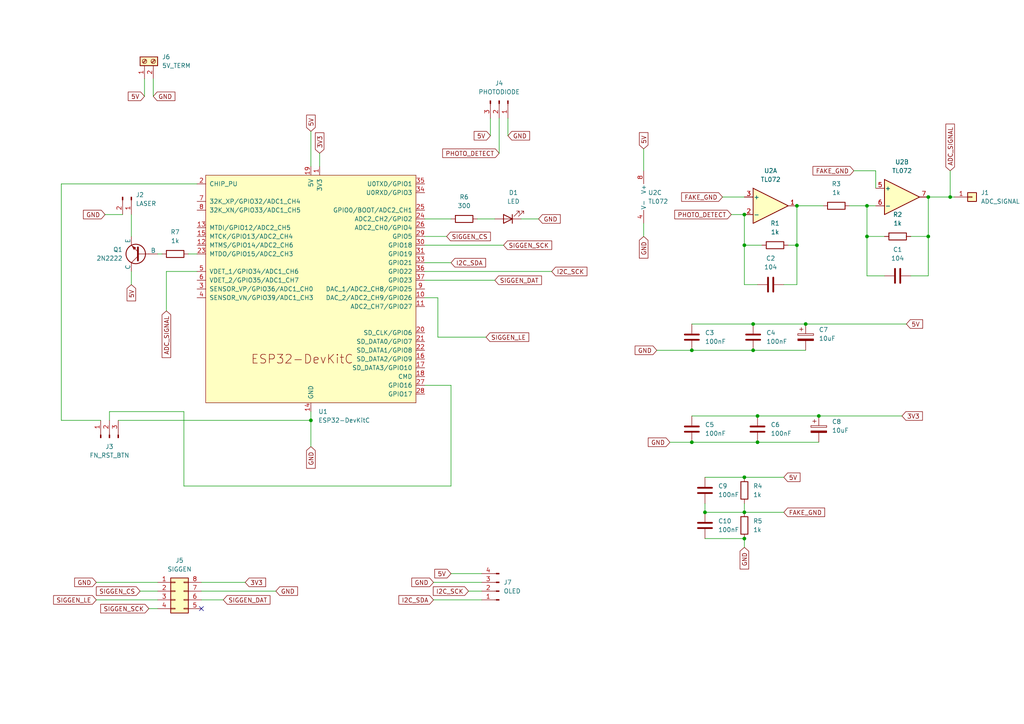
<source format=kicad_sch>
(kicad_sch (version 20250114) (generator "eeschema") (generator_version "9.0")
  (paper "A4")
  (title_block (title "UncutGem") (rev "2"))
  (lib_symbols
    (symbol "Amplifier_Operational:TL072" (pin_names (offset 0.127))
      (property "Reference" "U" (at 0 5.08 0))
      (property "Value" "TL072" (at 0 -5.08 0))
      (symbol "TL072_1_1"
        (polyline (pts (xy -5.08 5.08) (xy 5.08 0) (xy -5.08 -5.08) (xy -5.08 5.08)) (stroke (width 0.254)) (fill (type background)))
        (pin input line (at -7.62 2.54 0) (length 2.54) (name "+") (number "3"))
        (pin input line (at -7.62 -2.54 0) (length 2.54) (name "-") (number "2"))
        (pin output line (at 7.62 0 180) (length 2.54) (name "~") (number "1"))
      )
      (symbol "TL072_2_1"
        (polyline (pts (xy -5.08 5.08) (xy 5.08 0) (xy -5.08 -5.08) (xy -5.08 5.08)) (stroke (width 0.254)) (fill (type background)))
        (pin input line (at -7.62 2.54 0) (length 2.54) (name "+") (number "5"))
        (pin input line (at -7.62 -2.54 0) (length 2.54) (name "-") (number "6"))
        (pin output line (at 7.62 0 180) (length 2.54) (name "~") (number "7"))
      )
      (symbol "TL072_3_1"
        (pin power_in line (at -2.54 7.62 270) (length 3.81) (name "V+") (number "8"))
        (pin power_in line (at -2.54 -7.62 90) (length 3.81) (name "V-") (number "4"))
      )
    )
    (symbol "Connector:Conn_01x02_Pin" (pin_names (offset 1.016) (hide yes))
      (property "Reference" "J" (at 0 2.54 0))
      (property "Value" "Conn_01x02_Pin" (at 0 -5.08 0))
      (symbol "Conn_01x02_Pin_1_1"
        (rectangle (start 0.8636 0.127) (end 0 -0.127) (stroke (width 0.1524)) (fill (type outline)))
        (rectangle (start 0.8636 -2.413) (end 0 -2.667) (stroke (width 0.1524)) (fill (type outline)))
        (polyline (pts (xy 1.27 0) (xy 0.8636 0)) (stroke (width 0.1524)))
        (polyline (pts (xy 1.27 -2.54) (xy 0.8636 -2.54)) (stroke (width 0.1524)))
        (pin passive line (at 5.08 0 180) (length 3.81) (name "Pin_1") (number "1"))
        (pin passive line (at 5.08 -2.54 180) (length 3.81) (name "Pin_2") (number "2"))
      )
    )
    (symbol "Connector:Conn_01x03_Pin" (pin_names (offset 1.016) (hide yes))
      (property "Reference" "J" (at 0 5.08 0))
      (property "Value" "Conn_01x03_Pin" (at 0 -5.08 0))
      (symbol "Conn_01x03_Pin_1_1"
        (rectangle (start 0.8636 2.667) (end 0 2.413) (stroke (width 0.1524)) (fill (type outline)))
        (rectangle (start 0.8636 0.127) (end 0 -0.127) (stroke (width 0.1524)) (fill (type outline)))
        (rectangle (start 0.8636 -2.413) (end 0 -2.667) (stroke (width 0.1524)) (fill (type outline)))
        (polyline (pts (xy 1.27 2.54) (xy 0.8636 2.54)) (stroke (width 0.1524)))
        (polyline (pts (xy 1.27 0) (xy 0.8636 0)) (stroke (width 0.1524)))
        (polyline (pts (xy 1.27 -2.54) (xy 0.8636 -2.54)) (stroke (width 0.1524)))
        (pin passive line (at 5.08 2.54 180) (length 3.81) (name "Pin_1") (number "1"))
        (pin passive line (at 5.08 0 180) (length 3.81) (name "Pin_2") (number "2"))
        (pin passive line (at 5.08 -2.54 180) (length 3.81) (name "Pin_3") (number "3"))
      )
    )
    (symbol "Connector:Conn_01x04_Pin" (pin_names (offset 1.016) (hide yes))
      (property "Reference" "J" (at 0 5.08 0))
      (property "Value" "Conn_01x04_Pin" (at 0 -7.62 0))
      (symbol "Conn_01x04_Pin_1_1"
        (rectangle (start 0.8636 2.667) (end 0 2.413) (stroke (width 0.1524)) (fill (type outline)))
        (rectangle (start 0.8636 0.127) (end 0 -0.127) (stroke (width 0.1524)) (fill (type outline)))
        (rectangle (start 0.8636 -2.413) (end 0 -2.667) (stroke (width 0.1524)) (fill (type outline)))
        (rectangle (start 0.8636 -4.953) (end 0 -5.207) (stroke (width 0.1524)) (fill (type outline)))
        (polyline (pts (xy 1.27 2.54) (xy 0.8636 2.54)) (stroke (width 0.1524)))
        (polyline (pts (xy 1.27 0) (xy 0.8636 0)) (stroke (width 0.1524)))
        (polyline (pts (xy 1.27 -2.54) (xy 0.8636 -2.54)) (stroke (width 0.1524)))
        (polyline (pts (xy 1.27 -5.08) (xy 0.8636 -5.08)) (stroke (width 0.1524)))
        (pin passive line (at 5.08 2.54 180) (length 3.81) (name "Pin_1") (number "1"))
        (pin passive line (at 5.08 0 180) (length 3.81) (name "Pin_2") (number "2"))
        (pin passive line (at 5.08 -2.54 180) (length 3.81) (name "Pin_3") (number "3"))
        (pin passive line (at 5.08 -5.08 180) (length 3.81) (name "Pin_4") (number "4"))
      )
    )
    (symbol "Connector:Screw_Terminal_01x02" (pin_names (offset 1.016) (hide yes))
      (property "Reference" "J" (at 0 2.54 0))
      (property "Value" "Screw_Terminal_01x02" (at 0 -5.08 0))
      (symbol "Screw_Terminal_01x02_1_1"
        (rectangle (start -1.27 1.27) (end 1.27 -3.81) (stroke (width 0.254)) (fill (type background)))
        (polyline (pts (xy -0.5334 0.3302) (xy 0.3302 -0.508)) (stroke (width 0.1524)))
        (polyline (pts (xy -0.5334 -2.2098) (xy 0.3302 -3.048)) (stroke (width 0.1524)))
        (polyline (pts (xy -0.3556 0.508) (xy 0.508 -0.3302)) (stroke (width 0.1524)))
        (polyline (pts (xy -0.3556 -2.032) (xy 0.508 -2.8702)) (stroke (width 0.1524)))
        (circle (center 0 0) (radius 0.635) (stroke (width 0.1524)))
        (circle (center 0 -2.54) (radius 0.635) (stroke (width 0.1524)))
        (pin passive line (at -5.08 0 0) (length 3.81) (name "Pin_1") (number "1"))
        (pin passive line (at -5.08 -2.54 0) (length 3.81) (name "Pin_2") (number "2"))
      )
    )
    (symbol "Connector_Generic:Conn_01x01" (pin_names (offset 1.016) (hide yes))
      (property "Reference" "J" (at 0 2.54 0))
      (property "Value" "Conn_01x01" (at 0 -2.54 0))
      (symbol "Conn_01x01_1_1"
        (rectangle (start -1.27 1.27) (end 1.27 -1.27) (stroke (width 0.254)) (fill (type background)))
        (rectangle (start -1.27 0.127) (end 0 -0.127) (stroke (width 0.1524)))
        (pin passive line (at -5.08 0 0) (length 3.81) (name "Pin_1") (number "1"))
      )
    )
    (symbol "Connector_Generic:Conn_02x04_Counter_Clockwise" (pin_names (offset 1.016) (hide yes))
      (property "Reference" "J" (at 1.27 5.08 0))
      (property "Value" "Conn_02x04_Counter_Clockwise" (at 1.27 -7.62 0))
      (symbol "Conn_02x04_Counter_Clockwise_1_1"
        (rectangle (start -1.27 3.81) (end 3.81 -6.35) (stroke (width 0.254)) (fill (type background)))
        (rectangle (start -1.27 2.667) (end 0 2.413) (stroke (width 0.1524)))
        (rectangle (start -1.27 0.127) (end 0 -0.127) (stroke (width 0.1524)))
        (rectangle (start -1.27 -2.413) (end 0 -2.667) (stroke (width 0.1524)))
        (rectangle (start -1.27 -4.953) (end 0 -5.207) (stroke (width 0.1524)))
        (rectangle (start 3.81 2.667) (end 2.54 2.413) (stroke (width 0.1524)))
        (rectangle (start 3.81 0.127) (end 2.54 -0.127) (stroke (width 0.1524)))
        (rectangle (start 3.81 -2.413) (end 2.54 -2.667) (stroke (width 0.1524)))
        (rectangle (start 3.81 -4.953) (end 2.54 -5.207) (stroke (width 0.1524)))
        (pin passive line (at -5.08 2.54 0) (length 3.81) (name "Pin_1") (number "1"))
        (pin passive line (at -5.08 0 0) (length 3.81) (name "Pin_2") (number "2"))
        (pin passive line (at -5.08 -2.54 0) (length 3.81) (name "Pin_3") (number "3"))
        (pin passive line (at -5.08 -5.08 0) (length 3.81) (name "Pin_4") (number "4"))
        (pin passive line (at 7.62 2.54 180) (length 3.81) (name "Pin_8") (number "8"))
        (pin passive line (at 7.62 0 180) (length 3.81) (name "Pin_7") (number "7"))
        (pin passive line (at 7.62 -2.54 180) (length 3.81) (name "Pin_6") (number "6"))
        (pin passive line (at 7.62 -5.08 180) (length 3.81) (name "Pin_5") (number "5"))
      )
    )
    (symbol "Device:C" (pin_numbers (hide yes)) (pin_names (offset 0.254))
      (property "Reference" "C" (at 0.635 2.54 0))
      (property "Value" "C" (at 0.635 -2.54 0))
      (symbol "C_0_1"
        (polyline (pts (xy -2.032 0.762) (xy 2.032 0.762)) (stroke (width 0.508)))
        (polyline (pts (xy -2.032 -0.762) (xy 2.032 -0.762)) (stroke (width 0.508)))
      )
      (symbol "C_1_1"
        (pin passive line (at 0 3.81 270) (length 2.794) (name "~") (number "1"))
        (pin passive line (at 0 -3.81 90) (length 2.794) (name "~") (number "2"))
      )
    )
    (symbol "Device:C_Polarized" (pin_numbers (hide yes)) (pin_names (offset 0.254))
      (property "Reference" "C" (at 0.635 2.54 0))
      (property "Value" "C_Polarized" (at 0.635 -2.54 0))
      (symbol "C_Polarized_0_1"
        (rectangle (start -2.286 0.508) (end 2.286 1.016))
        (polyline (pts (xy -1.778 2.286) (xy -0.762 2.286)))
        (polyline (pts (xy -1.27 2.794) (xy -1.27 1.778)))
        (rectangle (start 2.286 -0.508) (end -2.286 -1.016) (fill (type outline)))
      )
      (symbol "C_Polarized_1_1"
        (pin passive line (at 0 3.81 270) (length 2.794) (name "~") (number "1"))
        (pin passive line (at 0 -3.81 90) (length 2.794) (name "~") (number "2"))
      )
    )
    (symbol "Device:LED" (pin_numbers (hide yes)) (pin_names (offset 1.016) (hide yes))
      (property "Reference" "D" (at 0 2.54 0))
      (property "Value" "LED" (at 0 -2.54 0))
      (symbol "LED_0_1"
        (polyline (pts (xy -3.048 -0.762) (xy -4.572 -2.286) (xy -3.81 -2.286) (xy -4.572 -2.286) (xy -4.572 -1.524)))
        (polyline (pts (xy -1.778 -0.762) (xy -3.302 -2.286) (xy -2.54 -2.286) (xy -3.302 -2.286) (xy -3.302 -1.524)))
        (polyline (pts (xy -1.27 0) (xy 1.27 0)))
        (polyline (pts (xy -1.27 -1.27) (xy -1.27 1.27)) (stroke (width 0.254)))
        (polyline (pts (xy 1.27 -1.27) (xy 1.27 1.27) (xy -1.27 0) (xy 1.27 -1.27)) (stroke (width 0.254)))
      )
      (symbol "LED_1_1"
        (pin passive line (at -3.81 0 0) (length 2.54) (name "K") (number "1"))
        (pin passive line (at 3.81 0 180) (length 2.54) (name "A") (number "2"))
      )
    )
    (symbol "Device:R" (pin_numbers (hide yes)) (pin_names (offset 0))
      (property "Reference" "R" (at 2.032 0 90))
      (property "Value" "R" (at 0 0 90))
      (symbol "R_0_1"
        (rectangle (start -1.016 -2.54) (end 1.016 2.54) (stroke (width 0.254)))
      )
      (symbol "R_1_1"
        (pin passive line (at 0 3.81 270) (length 1.27) (name "~") (number "1"))
        (pin passive line (at 0 -3.81 90) (length 1.27) (name "~") (number "2"))
      )
    )
    (symbol "PCM_Espressif:ESP32-DevKitC" (pin_names (offset 1.016))
      (property "Reference" "U" (at -30.48 38.1 0))
      (property "Value" "ESP32-DevKitC" (at -30.48 35.56 0))
      (symbol "ESP32-DevKitC_0_0"
        (text "ESP32-DevKitC" (at -2.54 -20.32 0) (effects (font (size 2.54 2.54))))
        (pin power_in line (at 0 35.56 270) (length 2.54) (name "5V") (number "19"))
        (pin power_in line (at 0 -35.56 90) (length 2.54) (name "GND") (number "14"))
      )
      (symbol "ESP32-DevKitC_0_1"
        (rectangle (start -30.48 33.02) (end 30.48 -33.02) (fill (type background)))
      )
      (symbol "ESP32-DevKitC_1_1"
        (pin input line (at -33.02 30.48 0) (length 2.54) (name "CHIP_PU") (number "2"))
        (pin bidirectional line (at -33.02 25.4 0) (length 2.54) (name "32K_XP/GPIO32/ADC1_CH4") (number "7"))
        (pin bidirectional line (at -33.02 22.86 0) (length 2.54) (name "32K_XN/GPIO33/ADC1_CH5") (number "8"))
        (pin bidirectional line (at -33.02 17.78 0) (length 2.54) (name "MTDI/GPIO12/ADC2_CH5") (number "13"))
        (pin bidirectional line (at -33.02 15.24 0) (length 2.54) (name "MTCK/GPIO13/ADC2_CH4") (number "15"))
        (pin bidirectional line (at -33.02 12.7 0) (length 2.54) (name "MTMS/GPIO14/ADC2_CH6") (number "12"))
        (pin bidirectional line (at -33.02 10.16 0) (length 2.54) (name "MTDO/GPIO15/ADC2_CH3") (number "23"))
        (pin input line (at -33.02 5.08 0) (length 2.54) (name "VDET_1/GPIO34/ADC1_CH6") (number "5"))
        (pin input line (at -33.02 2.54 0) (length 2.54) (name "VDET_2/GPIO35/ADC1_CH7") (number "6"))
        (pin input line (at -33.02 0 0) (length 2.54) (name "SENSOR_VP/GPIO36/ADC1_CH0") (number "3"))
        (pin input line (at -33.02 -2.54 0) (length 2.54) (name "SENSOR_VN/GPIO39/ADC1_CH3") (number "4"))
        (pin passive line (at 0 -35.56 90) (length 2.54) (hide yes) (name "GND") (number "32"))
        (pin passive line (at 0 -35.56 90) (length 2.54) (hide yes) (name "GND") (number "38"))
        (pin power_in line (at 2.54 35.56 270) (length 2.54) (name "3V3") (number "1"))
        (pin bidirectional line (at 33.02 30.48 180) (length 2.54) (name "U0TXD/GPIO1") (number "35"))
        (pin bidirectional line (at 33.02 27.94 180) (length 2.54) (name "U0RXD/GPIO3") (number "34"))
        (pin bidirectional line (at 33.02 22.86 180) (length 2.54) (name "GPIO0/BOOT/ADC2_CH1") (number "25"))
        (pin bidirectional line (at 33.02 20.32 180) (length 2.54) (name "ADC2_CH2/GPIO2") (number "24"))
        (pin bidirectional line (at 33.02 17.78 180) (length 2.54) (name "ADC2_CH0/GPIO4") (number "26"))
        (pin bidirectional line (at 33.02 15.24 180) (length 2.54) (name "GPIO5") (number "29"))
        (pin bidirectional line (at 33.02 12.7 180) (length 2.54) (name "GPIO18") (number "30"))
        (pin bidirectional line (at 33.02 10.16 180) (length 2.54) (name "GPIO19") (number "31"))
        (pin bidirectional line (at 33.02 7.62 180) (length 2.54) (name "GPIO21") (number "33"))
        (pin bidirectional line (at 33.02 5.08 180) (length 2.54) (name "GPIO22") (number "36"))
        (pin bidirectional line (at 33.02 2.54 180) (length 2.54) (name "GPIO23") (number "37"))
        (pin bidirectional line (at 33.02 0 180) (length 2.54) (name "DAC_1/ADC2_CH8/GPIO25") (number "9"))
        (pin bidirectional line (at 33.02 -2.54 180) (length 2.54) (name "DAC_2/ADC2_CH9/GPIO26") (number "10"))
        (pin bidirectional line (at 33.02 -5.08 180) (length 2.54) (name "ADC2_CH7/GPIO27") (number "11"))
        (pin bidirectional line (at 33.02 -12.7 180) (length 2.54) (name "SD_CLK/GPIO6") (number "20"))
        (pin bidirectional line (at 33.02 -15.24 180) (length 2.54) (name "SD_DATA0/GPIO7") (number "21"))
        (pin bidirectional line (at 33.02 -17.78 180) (length 2.54) (name "SD_DATA1/GPIO8") (number "22"))
        (pin bidirectional line (at 33.02 -20.32 180) (length 2.54) (name "SD_DATA2/GPIO9") (number "16"))
        (pin bidirectional line (at 33.02 -22.86 180) (length 2.54) (name "SD_DATA3/GPIO10") (number "17"))
        (pin bidirectional line (at 33.02 -25.4 180) (length 2.54) (name "CMD") (number "18"))
        (pin bidirectional line (at 33.02 -27.94 180) (length 2.54) (name "GPIO16") (number "27"))
        (pin bidirectional line (at 33.02 -30.48 180) (length 2.54) (name "GPIO17") (number "28"))
      )
    )
    (symbol "Simulation_SPICE:NPN" (pin_numbers (hide yes)) (pin_names (offset 0))
      (property "Reference" "Q" (at -2.54 7.62 0))
      (property "Value" "NPN" (at -2.54 5.08 0))
      (symbol "NPN_0_1"
        (polyline (pts (xy -2.54 0) (xy 0.635 0)) (stroke (width 0.1524)))
        (polyline (pts (xy 0.635 1.905) (xy 0.635 -1.905) (xy 0.635 -1.905)) (stroke (width 0.508)))
        (polyline (pts (xy 0.635 0.635) (xy 2.54 2.54)))
        (polyline (pts (xy 0.635 -0.635) (xy 2.54 -2.54) (xy 2.54 -2.54)))
        (circle (center 1.27 0) (radius 2.8194) (stroke (width 0.254)))
        (polyline (pts (xy 1.27 -1.778) (xy 1.778 -1.27) (xy 2.286 -2.286) (xy 1.27 -1.778) (xy 1.27 -1.778)) (fill (type outline)))
        (polyline (pts (xy 2.794 -1.27) (xy 2.794 -1.27)) (stroke (width 0.1524)))
        (polyline (pts (xy 2.794 -1.27) (xy 2.794 -1.27)) (stroke (width 0.1524)))
      )
      (symbol "NPN_1_1"
        (pin input line (at -5.08 0 0) (length 2.54) (name "B") (number "2"))
        (pin open_collector line (at 2.54 5.08 270) (length 2.54) (name "C") (number "1"))
        (pin open_emitter line (at 2.54 -5.08 90) (length 2.54) (name "E") (number "3"))
      )
    )
  )
  (junction (at 200.66 128.27))
  (junction (at 200.66 101.6))
  (junction (at 231.14 71.12))
  (junction (at 269.24 57.15))
  (junction (at 231.14 59.69))
  (junction (at 90.17 121.92))
  (junction (at 215.9 148.59))
  (junction (at 218.44 101.6))
  (junction (at 219.71 128.27))
  (junction (at 269.24 68.58))
  (junction (at 215.9 138.43))
  (junction (at 215.9 62.23))
  (junction (at 233.68 93.98))
  (junction (at 215.9 156.21))
  (junction (at 215.9 71.12))
  (junction (at 275.59 57.15))
  (junction (at 237.49 120.65))
  (junction (at 219.71 120.65))
  (junction (at 218.44 93.98))
  (junction (at 251.46 68.58))
  (junction (at 204.47 148.59))
  (junction (at 251.46 59.69))
  (no_connect (at 58.42 176.53))
  (wire (pts (xy 246.38 59.69) (xy 251.46 59.69)))
  (wire (pts (xy 127 86.36) (xy 127 97.79)))
  (wire (pts (xy 190.5 101.6) (xy 200.66 101.6)))
  (wire (pts (xy 231.14 59.69) (xy 231.14 71.12)))
  (wire (pts (xy 228.6 71.12) (xy 231.14 71.12)))
  (wire (pts (xy 54.61 73.66) (xy 57.15 73.66)))
  (wire (pts (xy 31.75 121.92) (xy 31.75 119.38)))
  (wire (pts (xy 231.14 59.69) (xy 238.76 59.69)))
  (wire (pts (xy 219.71 120.65) (xy 237.49 120.65)))
  (wire (pts (xy 44.45 22.86) (xy 44.45 27.94)))
  (wire (pts (xy 200.66 93.98) (xy 218.44 93.98)))
  (wire (pts (xy 27.94 168.91) (xy 45.72 168.91)))
  (wire (pts (xy 204.47 148.59) (xy 215.9 148.59)))
  (wire (pts (xy 200.66 120.65) (xy 219.71 120.65)))
  (wire (pts (xy 237.49 120.65) (xy 261.62 120.65)))
  (wire (pts (xy 127 97.79) (xy 140.97 97.79)))
  (wire (pts (xy 27.94 173.99) (xy 45.72 173.99)))
  (wire (pts (xy 53.34 140.97) (xy 130.81 140.97)))
  (wire (pts (xy 130.81 111.76) (xy 123.19 111.76)))
  (wire (pts (xy 219.71 82.55) (xy 215.9 82.55)))
  (wire (pts (xy 247.65 49.53) (xy 254 49.53)))
  (wire (pts (xy 256.54 80.01) (xy 251.46 80.01)))
  (wire (pts (xy 58.42 168.91) (xy 71.12 168.91)))
  (wire (pts (xy 194.31 128.27) (xy 200.66 128.27)))
  (wire (pts (xy 34.29 121.92) (xy 90.17 121.92)))
  (wire (pts (xy 58.42 173.99) (xy 64.77 173.99)))
  (wire (pts (xy 218.44 93.98) (xy 233.68 93.98)))
  (wire (pts (xy 125.73 168.91) (xy 139.7 168.91)))
  (wire (pts (xy 90.17 38.1) (xy 90.17 48.26)))
  (wire (pts (xy 209.55 57.15) (xy 215.9 57.15)))
  (wire (pts (xy 215.9 156.21) (xy 215.9 158.75)))
  (wire (pts (xy 123.19 71.12) (xy 146.05 71.12)))
  (wire (pts (xy 123.19 86.36) (xy 127 86.36)))
  (wire (pts (xy 135.89 171.45) (xy 139.7 171.45)))
  (wire (pts (xy 256.54 68.58) (xy 251.46 68.58)))
  (wire (pts (xy 186.69 43.18) (xy 186.69 49.53)))
  (wire (pts (xy 215.9 62.23) (xy 215.9 71.12)))
  (wire (pts (xy 204.47 138.43) (xy 215.9 138.43)))
  (wire (pts (xy 38.1 62.23) (xy 38.1 68.58)))
  (wire (pts (xy 227.33 82.55) (xy 231.14 82.55)))
  (wire (pts (xy 57.15 53.34) (xy 17.78 53.34)))
  (wire (pts (xy 269.24 57.15) (xy 275.59 57.15)))
  (wire (pts (xy 219.71 128.27) (xy 237.49 128.27)))
  (wire (pts (xy 218.44 101.6) (xy 233.68 101.6)))
  (wire (pts (xy 264.16 80.01) (xy 269.24 80.01)))
  (wire (pts (xy 17.78 53.34) (xy 17.78 121.92)))
  (wire (pts (xy 130.81 166.37) (xy 139.7 166.37)))
  (wire (pts (xy 40.64 171.45) (xy 45.72 171.45)))
  (wire (pts (xy 151.13 63.5) (xy 156.21 63.5)))
  (wire (pts (xy 123.19 63.5) (xy 130.81 63.5)))
  (wire (pts (xy 264.16 68.58) (xy 269.24 68.58)))
  (wire (pts (xy 138.43 63.5) (xy 143.51 63.5)))
  (wire (pts (xy 231.14 71.12) (xy 231.14 82.55)))
  (wire (pts (xy 215.9 146.05) (xy 215.9 148.59)))
  (wire (pts (xy 215.9 82.55) (xy 215.9 71.12)))
  (wire (pts (xy 125.73 173.99) (xy 139.7 173.99)))
  (wire (pts (xy 147.32 34.29) (xy 147.32 39.37)))
  (wire (pts (xy 251.46 80.01) (xy 251.46 68.58)))
  (wire (pts (xy 215.9 71.12) (xy 220.98 71.12)))
  (wire (pts (xy 215.9 138.43) (xy 227.33 138.43)))
  (wire (pts (xy 269.24 68.58) (xy 269.24 57.15)))
  (wire (pts (xy 90.17 119.38) (xy 90.17 121.92)))
  (wire (pts (xy 254 49.53) (xy 254 54.61)))
  (wire (pts (xy 186.69 64.77) (xy 186.69 68.58)))
  (wire (pts (xy 233.68 93.98) (xy 262.89 93.98)))
  (wire (pts (xy 90.17 121.92) (xy 90.17 129.54)))
  (wire (pts (xy 200.66 101.6) (xy 218.44 101.6)))
  (wire (pts (xy 142.24 34.29) (xy 142.24 39.37)))
  (wire (pts (xy 45.72 73.66) (xy 46.99 73.66)))
  (wire (pts (xy 41.91 22.86) (xy 41.91 27.94)))
  (wire (pts (xy 53.34 119.38) (xy 53.34 140.97)))
  (wire (pts (xy 43.18 176.53) (xy 45.72 176.53)))
  (wire (pts (xy 123.19 68.58) (xy 129.54 68.58)))
  (wire (pts (xy 30.48 62.23) (xy 35.56 62.23)))
  (wire (pts (xy 204.47 156.21) (xy 215.9 156.21)))
  (wire (pts (xy 92.71 44.45) (xy 92.71 48.26)))
  (wire (pts (xy 58.42 171.45) (xy 80.01 171.45)))
  (wire (pts (xy 200.66 128.27) (xy 219.71 128.27)))
  (wire (pts (xy 57.15 78.74) (xy 48.26 78.74)))
  (wire (pts (xy 31.75 119.38) (xy 53.34 119.38)))
  (wire (pts (xy 123.19 76.2) (xy 130.81 76.2)))
  (wire (pts (xy 275.59 49.53) (xy 275.59 57.15)))
  (wire (pts (xy 215.9 148.59) (xy 227.33 148.59)))
  (wire (pts (xy 48.26 78.74) (xy 48.26 90.17)))
  (wire (pts (xy 275.59 57.15) (xy 276.86 57.15)))
  (wire (pts (xy 123.19 78.74) (xy 160.02 78.74)))
  (wire (pts (xy 204.47 146.05) (xy 204.47 148.59)))
  (wire (pts (xy 17.78 121.92) (xy 29.21 121.92)))
  (wire (pts (xy 251.46 59.69) (xy 254 59.69)))
  (wire (pts (xy 251.46 68.58) (xy 251.46 59.69)))
  (wire (pts (xy 212.09 62.23) (xy 215.9 62.23)))
  (wire (pts (xy 123.19 81.28) (xy 143.51 81.28)))
  (wire (pts (xy 38.1 78.74) (xy 38.1 82.55)))
  (wire (pts (xy 144.78 34.29) (xy 144.78 44.45)))
  (wire (pts (xy 130.81 140.97) (xy 130.81 111.76)))
  (wire (pts (xy 269.24 80.01) (xy 269.24 68.58)))
  (global_label "GND" (shape input) (at 186.69 68.58 270) (property "Intersheetrefs" "${INTERSHEET_REFS}" (effects (hide yes))))
  (global_label "SIGGEN_DAT" (shape input) (at 143.51 81.28 0) (property "Intersheetrefs" "${INTERSHEET_REFS}" (effects (hide yes))))
  (global_label "3V3" (shape input) (at 71.12 168.91 0) (property "Intersheetrefs" "${INTERSHEET_REFS}" (effects (hide yes))))
  (global_label "SIGGEN_DAT" (shape input) (at 64.77 173.99 0) (property "Intersheetrefs" "${INTERSHEET_REFS}" (effects (hide yes))))
  (global_label "I2C_SCK" (shape input) (at 135.89 171.45 180) (property "Intersheetrefs" "${INTERSHEET_REFS}" (effects (hide yes))))
  (global_label "3V3" (shape input) (at 92.71 44.45 90) (property "Intersheetrefs" "${INTERSHEET_REFS}" (effects (hide yes))))
  (global_label "I2C_SCK" (shape input) (at 160.02 78.74 0) (property "Intersheetrefs" "${INTERSHEET_REFS}" (effects (hide yes))))
  (global_label "5V" (shape input) (at 90.17 38.1 90) (property "Intersheetrefs" "${INTERSHEET_REFS}" (effects (hide yes))))
  (global_label "PHOTO_DETECT" (shape input) (at 212.09 62.23 180) (property "Intersheetrefs" "${INTERSHEET_REFS}" (effects (hide yes))))
  (global_label "GND" (shape input) (at 147.32 39.37 0) (property "Intersheetrefs" "${INTERSHEET_REFS}" (effects (hide yes))))
  (global_label "GND" (shape input) (at 125.73 168.91 180) (property "Intersheetrefs" "${INTERSHEET_REFS}" (effects (hide yes))))
  (global_label "GND" (shape input) (at 156.21 63.5 0) (property "Intersheetrefs" "${INTERSHEET_REFS}" (effects (hide yes))))
  (global_label "GND" (shape input) (at 194.31 128.27 180) (property "Intersheetrefs" "${INTERSHEET_REFS}" (effects (hide yes))))
  (global_label "GND" (shape input) (at 215.9 158.75 270) (property "Intersheetrefs" "${INTERSHEET_REFS}" (effects (hide yes))))
  (global_label "FAKE_GND" (shape input) (at 247.65 49.53 180) (property "Intersheetrefs" "${INTERSHEET_REFS}" (effects (hide yes))))
  (global_label "5V" (shape input) (at 142.24 39.37 180) (property "Intersheetrefs" "${INTERSHEET_REFS}" (effects (hide yes))))
  (global_label "GND" (shape input) (at 30.48 62.23 180) (property "Intersheetrefs" "${INTERSHEET_REFS}" (effects (hide yes))))
  (global_label "FAKE_GND" (shape input) (at 227.33 148.59 0) (property "Intersheetrefs" "${INTERSHEET_REFS}" (effects (hide yes))))
  (global_label "5V" (shape input) (at 186.69 43.18 90) (property "Intersheetrefs" "${INTERSHEET_REFS}" (effects (hide yes))))
  (global_label "SIGGEN_LE" (shape input) (at 140.97 97.79 0) (property "Intersheetrefs" "${INTERSHEET_REFS}" (effects (hide yes))))
  (global_label "PHOTO_DETECT" (shape input) (at 144.78 44.45 180) (property "Intersheetrefs" "${INTERSHEET_REFS}" (effects (hide yes))))
  (global_label "5V" (shape input) (at 41.91 27.94 180) (property "Intersheetrefs" "${INTERSHEET_REFS}" (effects (hide yes))))
  (global_label "GND" (shape input) (at 90.17 129.54 270) (property "Intersheetrefs" "${INTERSHEET_REFS}" (effects (hide yes))))
  (global_label "5V" (shape input) (at 38.1 82.55 270) (property "Intersheetrefs" "${INTERSHEET_REFS}" (effects (hide yes))))
  (global_label "FAKE_GND" (shape input) (at 209.55 57.15 180) (property "Intersheetrefs" "${INTERSHEET_REFS}" (effects (hide yes))))
  (global_label "5V" (shape input) (at 262.89 93.98 0) (property "Intersheetrefs" "${INTERSHEET_REFS}" (effects (hide yes))))
  (global_label "GND" (shape input) (at 80.01 171.45 0) (property "Intersheetrefs" "${INTERSHEET_REFS}" (effects (hide yes))))
  (global_label "SIGGEN_SCK" (shape input) (at 146.05 71.12 0) (property "Intersheetrefs" "${INTERSHEET_REFS}" (effects (hide yes))))
  (global_label "SIGGEN_CS" (shape input) (at 40.64 171.45 180) (property "Intersheetrefs" "${INTERSHEET_REFS}" (effects (hide yes))))
  (global_label "SIGGEN_CS" (shape input) (at 129.54 68.58 0) (property "Intersheetrefs" "${INTERSHEET_REFS}" (effects (hide yes))))
  (global_label "SIGGEN_SCK" (shape input) (at 43.18 176.53 180) (property "Intersheetrefs" "${INTERSHEET_REFS}" (effects (hide yes))))
  (global_label "ADC_SIGNAL" (shape input) (at 275.59 49.53 90) (property "Intersheetrefs" "${INTERSHEET_REFS}" (effects (hide yes))))
  (global_label "GND" (shape input) (at 27.94 168.91 180) (property "Intersheetrefs" "${INTERSHEET_REFS}" (effects (hide yes))))
  (global_label "5V" (shape input) (at 130.81 166.37 180) (property "Intersheetrefs" "${INTERSHEET_REFS}" (effects (hide yes))))
  (global_label "I2C_SDA" (shape input) (at 125.73 173.99 180) (property "Intersheetrefs" "${INTERSHEET_REFS}" (effects (hide yes))))
  (global_label "I2C_SDA" (shape input) (at 130.81 76.2 0) (property "Intersheetrefs" "${INTERSHEET_REFS}" (effects (hide yes))))
  (global_label "3V3" (shape input) (at 261.62 120.65 0) (property "Intersheetrefs" "${INTERSHEET_REFS}" (effects (hide yes))))
  (global_label "ADC_SIGNAL" (shape input) (at 48.26 90.17 270) (property "Intersheetrefs" "${INTERSHEET_REFS}" (effects (hide yes))))
  (global_label "GND" (shape input) (at 190.5 101.6 180) (property "Intersheetrefs" "${INTERSHEET_REFS}" (effects (hide yes))))
  (global_label "SIGGEN_LE" (shape input) (at 27.94 173.99 180) (property "Intersheetrefs" "${INTERSHEET_REFS}" (effects (hide yes))))
  (global_label "GND" (shape input) (at 44.45 27.94 0) (property "Intersheetrefs" "${INTERSHEET_REFS}" (effects (hide yes))))
  (global_label "5V" (shape input) (at 227.33 138.43 0) (property "Intersheetrefs" "${INTERSHEET_REFS}" (effects (hide yes))))
  (symbol (lib_id "Device:R") (at 242.57 59.69 90) (unit 1)
    (property "Reference" "R3" (at 242.57 53.34 90))
    (property "Value" "1k" (at 242.57 55.88 90))
    (property "Footprint" "Resistor_THT:R_Axial_DIN0204_L3.6mm_D1.6mm_P7.62mm_Horizontal" (effects (hide yes)))
    (property "Description" "Resistor" (effects (hide yes)))
  )
  (symbol (lib_id "Device:R") (at 215.9 142.24 0) (unit 1)
    (property "Reference" "R4" (at 218.44 140.9699 0) (effects (justify left)))
    (property "Value" "1k" (at 218.44 143.5099 0) (effects (justify left)))
    (property "Footprint" "Resistor_THT:R_Axial_DIN0204_L3.6mm_D1.6mm_P7.62mm_Horizontal" (effects (hide yes)))
    (property "Description" "Resistor" (effects (hide yes)))
  )
  (symbol (lib_id "Amplifier_Operational:TL072") (at 223.52 59.69 0) (unit 1)
    (property "Reference" "U2" (at 223.52 49.53 0))
    (property "Value" "TL072" (at 223.52 52.07 0))
    (property "Footprint" "Package_DIP:DIP-8_W7.62mm" (effects (hide yes)))
    (property "Datasheet" "http://www.ti.com/lit/ds/symlink/tl071.pdf" (effects (hide yes)))
    (property "Description" "Dual Low-Noise JFET-Input Operational Amplifiers, DIP-8/SOIC-8" (effects (hide yes)))
  )
  (symbol (lib_id "Connector_Generic:Conn_01x01") (at 281.94 57.15 0) (unit 1)
    (property "Reference" "J1" (at 284.48 55.8799 0) (effects (justify left)))
    (property "Value" "ADC_SIGNAL" (at 284.48 58.4199 0) (effects (justify left)))
    (property "Footprint" "Connector_PinHeader_1.00mm:PinHeader_1x01_P1.00mm_Vertical" (effects (hide yes)))
    (property "Description" "Generic connector, single row, 01x01, script generated (kicad-library-utils/schlib/autogen/connector/)" (effects (hide yes)))
  )
  (symbol (lib_id "Amplifier_Operational:TL072") (at 189.23 57.15 0) (unit 3)
    (property "Reference" "U2" (at 187.96 55.8799 0) (effects (justify left)))
    (property "Value" "TL072" (at 187.96 58.4199 0) (effects (justify left)))
    (property "Footprint" "Package_DIP:DIP-8_W7.62mm" (effects (hide yes)))
    (property "Datasheet" "http://www.ti.com/lit/ds/symlink/tl071.pdf" (effects (hide yes)))
    (property "Description" "Dual Low-Noise JFET-Input Operational Amplifiers, DIP-8/SOIC-8" (effects (hide yes)))
  )
  (symbol (lib_id "PCM_Espressif:ESP32-DevKitC") (at 90.17 83.82 0) (unit 1)
    (property "Reference" "U1" (at 92.3133 119.38 0) (effects (justify left)))
    (property "Value" "ESP32-DevKitC" (at 92.3133 121.92 0) (effects (justify left)))
    (property "Footprint" "PCM_Espressif:ESP32-DevKitC" (effects (hide yes)))
    (property "Datasheet" "https://docs.espressif.com/projects/esp-idf/zh_CN/latest/esp32/hw-reference/esp32/get-started-devkitc.html" (effects (hide yes)))
    (property "Description" "Development Kit" (effects (hide yes)))
  )
  (symbol (lib_id "Device:R") (at 260.35 68.58 90) (unit 1)
    (property "Reference" "R2" (at 260.35 62.23 90))
    (property "Value" "1k" (at 260.35 64.77 90))
    (property "Footprint" "Resistor_THT:R_Axial_DIN0204_L3.6mm_D1.6mm_P7.62mm_Horizontal" (effects (hide yes)))
    (property "Description" "Resistor" (effects (hide yes)))
  )
  (symbol (lib_id "Connector:Conn_01x02_Pin") (at 38.1 57.15 270) (unit 1)
    (property "Reference" "J2" (at 39.37 56.5149 90) (effects (justify left)))
    (property "Value" "LASER" (at 39.37 59.0549 90) (effects (justify left)))
    (property "Footprint" "Connector_JST:JST_EH_B2B-EH-A_1x02_P2.50mm_Vertical" (effects (hide yes)))
    (property "Description" "Generic connector, single row, 01x02, script generated" (effects (hide yes)))
  )
  (symbol (lib_id "Device:R") (at 134.62 63.5 90) (unit 1)
    (property "Reference" "R6" (at 134.62 57.15 90))
    (property "Value" "300" (at 134.62 59.69 90))
    (property "Footprint" "Resistor_THT:R_Axial_DIN0204_L3.6mm_D1.6mm_P7.62mm_Horizontal" (effects (hide yes)))
    (property "Description" "Resistor" (effects (hide yes)))
  )
  (symbol (lib_id "Device:R") (at 215.9 152.4 0) (unit 1)
    (property "Reference" "R5" (at 218.44 151.1299 0) (effects (justify left)))
    (property "Value" "1k" (at 218.44 153.6699 0) (effects (justify left)))
    (property "Footprint" "Resistor_THT:R_Axial_DIN0204_L3.6mm_D1.6mm_P7.62mm_Horizontal" (effects (hide yes)))
    (property "Description" "Resistor" (effects (hide yes)))
  )
  (symbol (lib_id "Connector:Screw_Terminal_01x02") (at 41.91 17.78 90) (unit 1)
    (property "Reference" "J6" (at 46.99 16.5099 90) (effects (justify right)))
    (property "Value" "5V_TERM" (at 46.99 19.0499 90) (effects (justify right)))
    (property "Footprint" "Connector_JST:JST_EH_B2B-EH-A_1x02_P2.50mm_Vertical" (effects (hide yes)))
    (property "Description" "Generic screw terminal, single row, 01x02, script generated (kicad-library-utils/schlib/autogen/connector/)" (effects (hide yes)))
  )
  (symbol (lib_id "Device:C_Polarized") (at 237.49 124.46 0) (unit 1)
    (property "Reference" "C8" (at 241.3 122.3009 0) (effects (justify left)))
    (property "Value" "10uF" (at 241.3 124.8409 0) (effects (justify left)))
    (property "Footprint" "Capacitor_THT:CP_Radial_D4.0mm_P2.00mm" (effects (hide yes)))
    (property "Description" "Polarized capacitor" (effects (hide yes)))
  )
  (symbol (lib_id "Simulation_SPICE:NPN") (at 40.64 73.66 180) (unit 1)
    (property "Reference" "Q1" (at 35.56 72.3899 0) (effects (justify left)))
    (property "Value" "2N2222" (at 35.56 74.9299 0) (effects (justify left)))
    (property "Footprint" "Package_TO_SOT_THT:TO-92" (effects (hide yes)))
    (property "Datasheet" "https://ngspice.sourceforge.io/docs/ngspice-html-manual/manual.xhtml#cha_BJTs" (effects (hide yes)))
    (property "Description" "Bipolar transistor symbol for simulation only, substrate tied to the emitter" (effects (hide yes)))
    (property "Sim.Device" "NPN" (effects (hide yes)))
    (property "Sim.Type" "GUMMELPOON" (effects (hide yes)))
    (property "Sim.Pins" "1=C 2=B 3=E" (effects (hide yes)))
  )
  (symbol (lib_id "Device:R") (at 224.79 71.12 90) (unit 1)
    (property "Reference" "R1" (at 224.79 64.77 90))
    (property "Value" "1k" (at 224.79 67.31 90))
    (property "Footprint" "Resistor_THT:R_Axial_DIN0204_L3.6mm_D1.6mm_P7.62mm_Horizontal" (effects (hide yes)))
    (property "Description" "Resistor" (effects (hide yes)))
  )
  (symbol (lib_id "Connector:Conn_01x04_Pin") (at 144.78 171.45 180) (unit 1)
    (property "Reference" "J7" (at 146.05 168.9099 0) (effects (justify right)))
    (property "Value" "OLED" (at 146.05 171.4499 0) (effects (justify right)))
    (property "Footprint" "Connector_JST:JST_EH_B4B-EH-A_1x04_P2.50mm_Vertical" (effects (hide yes)))
    (property "Description" "Generic connector, single row, 01x04, script generated" (effects (hide yes)))
  )
  (symbol (lib_id "Amplifier_Operational:TL072") (at 261.62 57.15 0) (unit 2)
    (property "Reference" "U2" (at 261.62 46.99 0))
    (property "Value" "TL072" (at 261.62 49.53 0))
    (property "Footprint" "Package_DIP:DIP-8_W7.62mm" (effects (hide yes)))
    (property "Datasheet" "http://www.ti.com/lit/ds/symlink/tl071.pdf" (effects (hide yes)))
    (property "Description" "Dual Low-Noise JFET-Input Operational Amplifiers, DIP-8/SOIC-8" (effects (hide yes)))
  )
  (symbol (lib_id "Device:C") (at 204.47 142.24 0) (unit 1)
    (property "Reference" "C9" (at 208.28 140.9699 0) (effects (justify left)))
    (property "Value" "100nF" (at 208.28 143.5099 0) (effects (justify left)))
    (property "Footprint" "Capacitor_THT:C_Disc_D7.5mm_W2.5mm_P5.00mm" (effects (hide yes)))
    (property "Description" "Unpolarized capacitor" (effects (hide yes)))
  )
  (symbol (lib_id "Device:C") (at 200.66 97.79 0) (unit 1)
    (property "Reference" "C3" (at 204.47 96.5199 0) (effects (justify left)))
    (property "Value" "100nF" (at 204.47 99.0599 0) (effects (justify left)))
    (property "Footprint" "Capacitor_THT:C_Disc_D7.5mm_W2.5mm_P5.00mm" (effects (hide yes)))
    (property "Description" "Unpolarized capacitor" (effects (hide yes)))
  )
  (symbol (lib_id "Device:C") (at 200.66 124.46 0) (unit 1)
    (property "Reference" "C5" (at 204.47 123.1899 0) (effects (justify left)))
    (property "Value" "100nF" (at 204.47 125.7299 0) (effects (justify left)))
    (property "Footprint" "Capacitor_THT:C_Disc_D7.5mm_W2.5mm_P5.00mm" (effects (hide yes)))
    (property "Description" "Unpolarized capacitor" (effects (hide yes)))
  )
  (symbol (lib_id "Connector:Conn_01x03_Pin") (at 144.78 29.21 270) (unit 1)
    (property "Reference" "J4" (at 144.78 24.13 90))
    (property "Value" "PHOTODIODE" (at 144.78 26.67 90))
    (property "Footprint" "Connector_JST:JST_EH_B3B-EH-A_1x03_P2.50mm_Vertical" (effects (hide yes)))
    (property "Description" "Generic connector, single row, 01x03, script generated" (effects (hide yes)))
  )
  (symbol (lib_id "Device:C") (at 260.35 80.01 90) (unit 1)
    (property "Reference" "C1" (at 260.35 72.39 90))
    (property "Value" "104" (at 260.35 74.93 90))
    (property "Footprint" "Capacitor_THT:C_Disc_D7.5mm_W2.5mm_P5.00mm" (effects (hide yes)))
    (property "Description" "Unpolarized capacitor" (effects (hide yes)))
  )
  (symbol (lib_id "Device:C") (at 223.52 82.55 90) (unit 1)
    (property "Reference" "C2" (at 223.52 74.93 90))
    (property "Value" "104" (at 223.52 77.47 90))
    (property "Footprint" "Capacitor_THT:C_Disc_D7.5mm_W2.5mm_P5.00mm" (effects (hide yes)))
    (property "Description" "Unpolarized capacitor" (effects (hide yes)))
  )
  (symbol (lib_id "Device:C") (at 204.47 152.4 0) (unit 1)
    (property "Reference" "C10" (at 208.28 151.1299 0) (effects (justify left)))
    (property "Value" "100nF" (at 208.28 153.6699 0) (effects (justify left)))
    (property "Footprint" "Capacitor_THT:C_Disc_D7.5mm_W2.5mm_P5.00mm" (effects (hide yes)))
    (property "Description" "Unpolarized capacitor" (effects (hide yes)))
  )
  (symbol (lib_id "Device:LED") (at 147.32 63.5 180) (unit 1)
    (property "Reference" "D1" (at 148.9075 55.88 0))
    (property "Value" "LED" (at 148.9075 58.42 0))
    (property "Footprint" "LED_THT:LED_D3.0mm" (effects (hide yes)))
    (property "Description" "Light emitting diode" (effects (hide yes)))
    (property "Sim.Pins" "1=K 2=A" (effects (hide yes)))
  )
  (symbol (lib_id "Connector:Conn_01x03_Pin") (at 31.75 127 90) (unit 1)
    (property "Reference" "J3" (at 31.75 129.54 90))
    (property "Value" "FN_RST_BTN" (at 31.75 132.08 90))
    (property "Footprint" "Connector_JST:JST_EH_B3B-EH-A_1x03_P2.50mm_Vertical" (effects (hide yes)))
    (property "Description" "Generic connector, single row, 01x03, script generated" (effects (hide yes)))
  )
  (symbol (lib_id "Device:C") (at 218.44 97.79 0) (unit 1)
    (property "Reference" "C4" (at 222.25 96.5199 0) (effects (justify left)))
    (property "Value" "100nF" (at 222.25 99.0599 0) (effects (justify left)))
    (property "Footprint" "Capacitor_THT:C_Disc_D7.5mm_W2.5mm_P5.00mm" (effects (hide yes)))
    (property "Description" "Unpolarized capacitor" (effects (hide yes)))
  )
  (symbol (lib_id "Device:C") (at 219.71 124.46 0) (unit 1)
    (property "Reference" "C6" (at 223.52 123.1899 0) (effects (justify left)))
    (property "Value" "100nF" (at 223.52 125.7299 0) (effects (justify left)))
    (property "Footprint" "Capacitor_THT:C_Disc_D7.5mm_W2.5mm_P5.00mm" (effects (hide yes)))
    (property "Description" "Unpolarized capacitor" (effects (hide yes)))
  )
  (symbol (lib_id "Device:R") (at 50.8 73.66 90) (unit 1)
    (property "Reference" "R7" (at 50.8 67.31 90))
    (property "Value" "1k" (at 50.8 69.85 90))
    (property "Footprint" "Resistor_THT:R_Axial_DIN0204_L3.6mm_D1.6mm_P7.62mm_Horizontal" (effects (hide yes)))
    (property "Description" "Resistor" (effects (hide yes)))
  )
  (symbol (lib_id "Connector_Generic:Conn_02x04_Counter_Clockwise") (at 50.8 171.45 0) (unit 1)
    (property "Reference" "J5" (at 52.07 162.56 0))
    (property "Value" "SIGGEN" (at 52.07 165.1 0))
    (property "Footprint" "Connector_PinHeader_2.54mm:PinHeader_2x04_P2.54mm_Vertical" (effects (hide yes)))
    (property "Description" "Generic connector, double row, 02x04, counter clockwise pin numbering scheme (similar to DIP package numbering), script generated (kicad-library-utils/schlib/autogen/connector/)" (effects (hide yes)))
  )
  (symbol (lib_id "Device:C_Polarized") (at 233.68 97.79 0) (unit 1)
    (property "Reference" "C7" (at 237.49 95.6309 0) (effects (justify left)))
    (property "Value" "10uF" (at 237.49 98.1709 0) (effects (justify left)))
    (property "Footprint" "Capacitor_THT:CP_Radial_D4.0mm_P2.00mm" (effects (hide yes)))
    (property "Description" "Polarized capacitor" (effects (hide yes)))
  )
)
</source>
